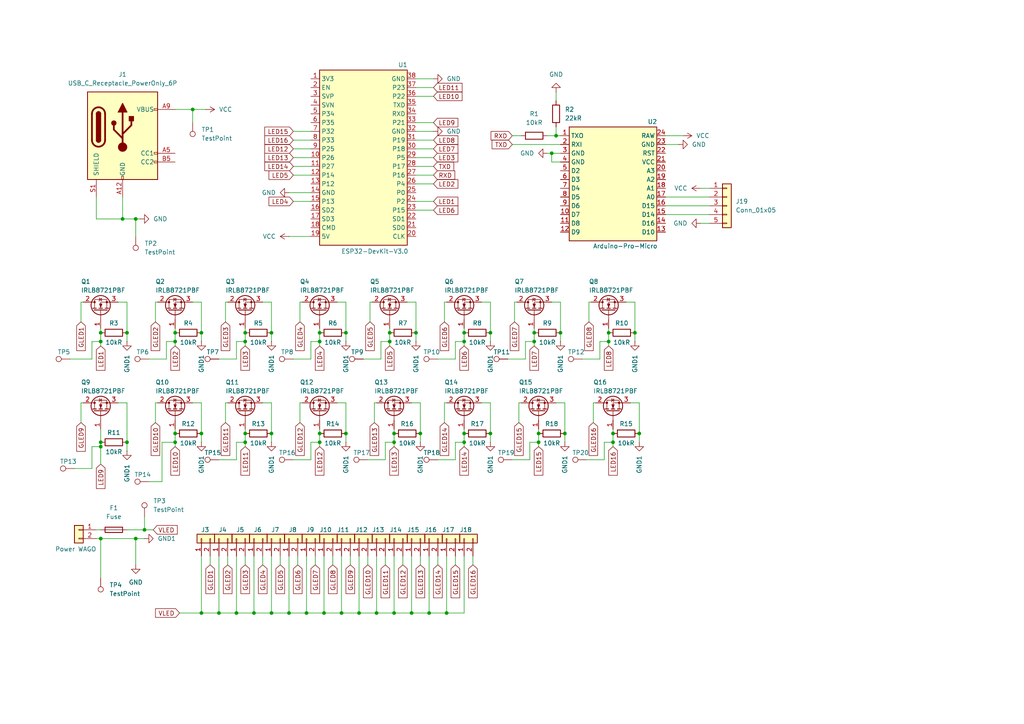
<source format=kicad_sch>
(kicad_sch (version 20250114) (generator "eeschema") (generator_version "9.0")
  (paper "A4")
  (junction (at 184.15 96.52))
  (junction (at 177.8 128.27))
  (junction (at 58.42 96.52))
  (junction (at 71.12 125.73))
  (junction (at 92.71 125.73))
  (junction (at 39.37 63.5))
  (junction (at 36.83 96.52))
  (junction (at 160.02 44.45))
  (junction (at 100.33 125.73))
  (junction (at 114.3 125.73))
  (junction (at 113.03 99.06))
  (junction (at 154.94 96.52))
  (junction (at 104.14 177.8))
  (junction (at 93.98 177.8))
  (junction (at 134.62 128.27))
  (junction (at 58.42 125.73))
  (junction (at 177.8 125.73))
  (junction (at 114.3 128.27))
  (junction (at 92.71 128.27))
  (junction (at 68.58 177.8))
  (junction (at 129.54 177.8))
  (junction (at 35.56 63.5))
  (junction (at 83.82 177.8))
  (junction (at 71.12 128.27))
  (junction (at 156.21 128.27))
  (junction (at 55.88 31.75))
  (junction (at 71.12 99.06))
  (junction (at 78.74 125.73))
  (junction (at 29.21 156.21))
  (junction (at 114.3 177.8))
  (junction (at 176.53 96.52))
  (junction (at 71.12 96.52))
  (junction (at 142.24 125.73))
  (junction (at 92.71 99.06))
  (junction (at 39.37 156.21))
  (junction (at 134.62 96.52))
  (junction (at 154.94 99.06))
  (junction (at 78.74 177.8))
  (junction (at 50.8 99.06))
  (junction (at 119.38 177.8))
  (junction (at 185.42 125.73))
  (junction (at 100.33 96.52))
  (junction (at 29.21 129.54))
  (junction (at 134.62 99.06))
  (junction (at 29.21 99.06))
  (junction (at 161.29 39.37))
  (junction (at 50.8 125.73))
  (junction (at 73.66 177.8))
  (junction (at 134.62 125.73))
  (junction (at 109.22 177.8))
  (junction (at 124.46 177.8))
  (junction (at 29.21 128.27))
  (junction (at 50.8 96.52))
  (junction (at 29.21 96.52))
  (junction (at 162.56 96.52))
  (junction (at 88.9 177.8))
  (junction (at 36.83 128.27))
  (junction (at 121.92 125.73))
  (junction (at 176.53 99.06))
  (junction (at 142.24 96.52))
  (junction (at 78.74 96.52))
  (junction (at 58.42 177.8))
  (junction (at 120.65 96.52))
  (junction (at 63.5 177.8))
  (junction (at 113.03 96.52))
  (junction (at 41.91 153.67))
  (junction (at 156.21 125.73))
  (junction (at 163.83 125.73))
  (junction (at 99.06 177.8))
  (junction (at 50.8 128.27))
  (junction (at 92.71 96.52))
  (wire (pts (xy 134.62 125.73) (xy 134.62 124.46)))
  (wire (pts (xy 170.815 93.345) (xy 170.815 87.63)))
  (wire (pts (xy 148.59 133.35) (xy 153.67 133.35)))
  (wire (pts (xy 148.59 39.37) (xy 151.13 39.37)))
  (wire (pts (xy 66.04 161.29) (xy 66.04 163.83)))
  (wire (pts (xy 27.94 63.5) (xy 35.56 63.5)))
  (wire (pts (xy 21.59 135.89) (xy 26.67 135.89)))
  (wire (pts (xy 120.65 96.52) (xy 120.65 87.63)))
  (wire (pts (xy 78.74 128.27) (xy 78.74 125.73)))
  (wire (pts (xy 88.9 177.8) (xy 93.98 177.8)))
  (wire (pts (xy 109.22 177.8) (xy 114.3 177.8)))
  (wire (pts (xy 86.36 161.29) (xy 86.36 163.83)))
  (wire (pts (xy 85.09 50.8) (xy 90.17 50.8)))
  (wire (pts (xy 52.07 177.8) (xy 58.42 177.8)))
  (wire (pts (xy 120.65 87.63) (xy 118.11 87.63)))
  (wire (pts (xy 92.71 128.27) (xy 92.71 125.73)))
  (wire (pts (xy 172.085 122.555) (xy 172.085 116.84)))
  (wire (pts (xy 68.58 177.8) (xy 73.66 177.8)))
  (wire (pts (xy 71.12 128.27) (xy 71.12 125.73)))
  (wire (pts (xy 85.09 58.42) (xy 90.17 58.42)))
  (wire (pts (xy 127 104.14) (xy 132.08 104.14)))
  (wire (pts (xy 91.44 161.29) (xy 91.44 163.83)))
  (wire (pts (xy 128.905 116.84) (xy 129.54 116.84)))
  (wire (pts (xy 120.65 60.96) (xy 125.73 60.96)))
  (wire (pts (xy 90.17 99.06) (xy 92.71 99.06)))
  (wire (pts (xy 106.68 161.29) (xy 106.68 163.83)))
  (wire (pts (xy 142.24 128.27) (xy 142.24 125.73)))
  (wire (pts (xy 20.32 104.14) (xy 26.67 104.14)))
  (wire (pts (xy 170.815 87.63) (xy 171.45 87.63)))
  (wire (pts (xy 36.83 96.52) (xy 36.83 87.63)))
  (wire (pts (xy 90.17 128.27) (xy 92.71 128.27)))
  (wire (pts (xy 124.46 161.29) (xy 124.46 177.8)))
  (wire (pts (xy 63.5 133.35) (xy 68.58 133.35)))
  (wire (pts (xy 185.42 116.84) (xy 182.88 116.84)))
  (wire (pts (xy 111.76 128.27) (xy 114.3 128.27)))
  (wire (pts (xy 134.62 99.06) (xy 134.62 96.52)))
  (wire (pts (xy 39.37 156.21) (xy 39.37 163.83)))
  (wire (pts (xy 50.8 99.06) (xy 50.8 96.52)))
  (wire (pts (xy 27.94 57.15) (xy 27.94 63.5)))
  (wire (pts (xy 150.495 116.84) (xy 151.13 116.84)))
  (wire (pts (xy 107.315 93.345) (xy 107.315 87.63)))
  (wire (pts (xy 152.4 99.06) (xy 154.94 99.06)))
  (wire (pts (xy 50.8 129.54) (xy 50.8 128.27)))
  (wire (pts (xy 111.76 161.29) (xy 111.76 163.83)))
  (wire (pts (xy 39.37 156.21) (xy 41.91 156.21)))
  (wire (pts (xy 158.75 39.37) (xy 161.29 39.37)))
  (wire (pts (xy 121.92 125.73) (xy 121.92 116.84)))
  (wire (pts (xy 88.9 161.29) (xy 88.9 177.8)))
  (wire (pts (xy 100.33 125.73) (xy 100.33 116.84)))
  (wire (pts (xy 39.37 63.5) (xy 40.64 63.5)))
  (wire (pts (xy 147.32 104.14) (xy 152.4 104.14)))
  (wire (pts (xy 43.18 104.14) (xy 48.26 104.14)))
  (wire (pts (xy 129.54 177.8) (xy 134.62 177.8)))
  (wire (pts (xy 176.53 100.33) (xy 176.53 99.06)))
  (wire (pts (xy 142.24 116.84) (xy 139.7 116.84)))
  (wire (pts (xy 65.405 93.345) (xy 65.405 87.63)))
  (wire (pts (xy 36.83 116.84) (xy 36.83 128.27)))
  (wire (pts (xy 162.56 46.99) (xy 160.02 46.99)))
  (wire (pts (xy 65.405 116.84) (xy 66.04 116.84)))
  (wire (pts (xy 23.495 122.555) (xy 23.495 116.84)))
  (wire (pts (xy 100.33 96.52) (xy 100.33 87.63)))
  (wire (pts (xy 85.09 43.18) (xy 90.17 43.18)))
  (wire (pts (xy 119.38 161.29) (xy 119.38 177.8)))
  (wire (pts (xy 29.21 100.33) (xy 29.21 99.06)))
  (wire (pts (xy 50.8 96.52) (xy 50.8 95.25)))
  (wire (pts (xy 175.26 128.27) (xy 177.8 128.27)))
  (wire (pts (xy 108.585 116.84) (xy 109.22 116.84)))
  (wire (pts (xy 110.49 104.14) (xy 110.49 99.06)))
  (wire (pts (xy 29.21 156.21) (xy 29.21 167.64)))
  (wire (pts (xy 198.12 39.37) (xy 193.04 39.37)))
  (wire (pts (xy 45.085 87.63) (xy 45.72 87.63)))
  (wire (pts (xy 36.83 99.06) (xy 36.83 96.52)))
  (wire (pts (xy 85.09 104.14) (xy 90.17 104.14)))
  (wire (pts (xy 120.65 58.42) (xy 125.73 58.42)))
  (wire (pts (xy 100.33 87.63) (xy 97.79 87.63)))
  (wire (pts (xy 46.99 128.27) (xy 50.8 128.27)))
  (wire (pts (xy 83.82 55.88) (xy 90.17 55.88)))
  (wire (pts (xy 83.82 177.8) (xy 88.9 177.8)))
  (wire (pts (xy 120.65 43.18) (xy 125.73 43.18)))
  (wire (pts (xy 23.495 87.63) (xy 24.13 87.63)))
  (wire (pts (xy 121.92 128.27) (xy 121.92 125.73)))
  (wire (pts (xy 149.225 93.345) (xy 149.225 87.63)))
  (wire (pts (xy 86.995 122.555) (xy 86.995 116.84)))
  (wire (pts (xy 29.21 129.54) (xy 29.21 134.62)))
  (wire (pts (xy 26.67 99.06) (xy 29.21 99.06)))
  (wire (pts (xy 65.405 122.555) (xy 65.405 116.84)))
  (wire (pts (xy 71.12 96.52) (xy 71.12 95.25)))
  (wire (pts (xy 120.65 40.64) (xy 125.73 40.64)))
  (wire (pts (xy 173.99 99.06) (xy 176.53 99.06)))
  (wire (pts (xy 134.62 161.29) (xy 134.62 177.8)))
  (wire (pts (xy 203.2 64.77) (xy 205.74 64.77)))
  (wire (pts (xy 100.33 99.06) (xy 100.33 96.52)))
  (wire (pts (xy 26.67 129.54) (xy 29.21 129.54)))
  (wire (pts (xy 176.53 96.52) (xy 176.53 95.25)))
  (wire (pts (xy 120.65 27.94) (xy 125.73 27.94)))
  (wire (pts (xy 81.28 161.29) (xy 81.28 163.83)))
  (wire (pts (xy 50.8 128.27) (xy 50.8 125.73)))
  (wire (pts (xy 29.21 128.27) (xy 29.21 129.54)))
  (wire (pts (xy 86.995 116.84) (xy 87.63 116.84)))
  (wire (pts (xy 36.83 87.63) (xy 34.29 87.63)))
  (wire (pts (xy 124.46 177.8) (xy 129.54 177.8)))
  (wire (pts (xy 107.315 87.63) (xy 107.95 87.63)))
  (wire (pts (xy 41.91 153.67) (xy 44.45 153.67)))
  (wire (pts (xy 71.12 100.33) (xy 71.12 99.06)))
  (wire (pts (xy 78.74 87.63) (xy 76.2 87.63)))
  (wire (pts (xy 113.03 96.52) (xy 113.03 95.25)))
  (wire (pts (xy 26.67 135.89) (xy 26.67 129.54)))
  (wire (pts (xy 176.53 99.06) (xy 176.53 96.52)))
  (wire (pts (xy 152.4 104.14) (xy 152.4 99.06)))
  (wire (pts (xy 129.54 161.29) (xy 129.54 177.8)))
  (wire (pts (xy 114.3 161.29) (xy 114.3 177.8)))
  (wire (pts (xy 127 133.35) (xy 132.08 133.35)))
  (wire (pts (xy 85.09 40.64) (xy 90.17 40.64)))
  (wire (pts (xy 45.085 93.345) (xy 45.085 87.63)))
  (wire (pts (xy 154.94 96.52) (xy 154.94 95.25)))
  (wire (pts (xy 120.65 45.72) (xy 125.73 45.72)))
  (wire (pts (xy 149.225 87.63) (xy 149.86 87.63)))
  (wire (pts (xy 116.84 161.29) (xy 116.84 163.83)))
  (wire (pts (xy 120.65 22.86) (xy 125.73 22.86)))
  (wire (pts (xy 161.29 26.67) (xy 161.29 29.21)))
  (wire (pts (xy 99.06 177.8) (xy 104.14 177.8)))
  (wire (pts (xy 58.42 128.27) (xy 58.42 125.73)))
  (wire (pts (xy 153.67 133.35) (xy 153.67 128.27)))
  (wire (pts (xy 142.24 99.06) (xy 142.24 96.52)))
  (wire (pts (xy 153.67 128.27) (xy 156.21 128.27)))
  (wire (pts (xy 158.75 44.45) (xy 160.02 44.45)))
  (wire (pts (xy 36.83 128.27) (xy 36.83 130.81)))
  (wire (pts (xy 83.82 161.29) (xy 83.82 177.8)))
  (wire (pts (xy 83.82 68.58) (xy 90.17 68.58)))
  (wire (pts (xy 154.94 100.33) (xy 154.94 99.06)))
  (wire (pts (xy 193.04 59.69) (xy 205.74 59.69)))
  (wire (pts (xy 185.42 125.73) (xy 185.42 116.84)))
  (wire (pts (xy 137.16 161.29) (xy 137.16 163.83)))
  (wire (pts (xy 58.42 125.73) (xy 58.42 116.84)))
  (wire (pts (xy 58.42 116.84) (xy 55.88 116.84)))
  (wire (pts (xy 196.85 41.91) (xy 193.04 41.91)))
  (wire (pts (xy 73.66 161.29) (xy 73.66 177.8)))
  (wire (pts (xy 85.09 45.72) (xy 90.17 45.72)))
  (wire (pts (xy 134.62 129.54) (xy 134.62 128.27)))
  (wire (pts (xy 35.56 63.5) (xy 39.37 63.5)))
  (wire (pts (xy 92.71 125.73) (xy 92.71 124.46)))
  (wire (pts (xy 177.8 129.54) (xy 177.8 128.27)))
  (wire (pts (xy 134.62 128.27) (xy 134.62 125.73)))
  (wire (pts (xy 121.92 161.29) (xy 121.92 163.83)))
  (wire (pts (xy 85.09 38.1) (xy 90.17 38.1)))
  (wire (pts (xy 104.14 161.29) (xy 104.14 177.8)))
  (wire (pts (xy 73.66 177.8) (xy 78.74 177.8)))
  (wire (pts (xy 121.92 116.84) (xy 119.38 116.84)))
  (wire (pts (xy 50.8 100.33) (xy 50.8 99.06)))
  (wire (pts (xy 29.21 99.06) (xy 29.21 96.52)))
  (wire (pts (xy 99.06 161.29) (xy 99.06 177.8)))
  (wire (pts (xy 46.99 139.7) (xy 46.99 128.27)))
  (wire (pts (xy 185.42 128.27) (xy 185.42 125.73)))
  (wire (pts (xy 203.2 54.61) (xy 205.74 54.61)))
  (wire (pts (xy 120.65 35.56) (xy 125.73 35.56)))
  (wire (pts (xy 63.5 104.14) (xy 68.58 104.14)))
  (wire (pts (xy 58.42 99.06) (xy 58.42 96.52)))
  (wire (pts (xy 142.24 96.52) (xy 142.24 87.63)))
  (wire (pts (xy 35.56 57.15) (xy 35.56 63.5)))
  (wire (pts (xy 48.26 104.14) (xy 48.26 99.06)))
  (wire (pts (xy 172.085 116.84) (xy 172.72 116.84)))
  (wire (pts (xy 100.33 116.84) (xy 97.79 116.84)))
  (wire (pts (xy 175.26 133.35) (xy 175.26 128.27)))
  (wire (pts (xy 110.49 99.06) (xy 113.03 99.06)))
  (wire (pts (xy 163.83 116.84) (xy 161.29 116.84)))
  (wire (pts (xy 85.09 133.35) (xy 90.17 133.35)))
  (wire (pts (xy 29.21 124.46) (xy 29.21 128.27)))
  (wire (pts (xy 34.29 116.84) (xy 36.83 116.84)))
  (wire (pts (xy 120.65 25.4) (xy 125.73 25.4)))
  (wire (pts (xy 60.96 161.29) (xy 60.96 163.83)))
  (wire (pts (xy 27.94 156.21) (xy 29.21 156.21)))
  (wire (pts (xy 78.74 125.73) (xy 78.74 116.84)))
  (wire (pts (xy 48.26 99.06) (xy 50.8 99.06)))
  (wire (pts (xy 71.12 161.29) (xy 71.12 163.83)))
  (wire (pts (xy 71.12 129.54) (xy 71.12 128.27)))
  (wire (pts (xy 55.88 35.56) (xy 55.88 31.75)))
  (wire (pts (xy 132.08 133.35) (xy 132.08 128.27)))
  (wire (pts (xy 173.99 104.14) (xy 173.99 99.06)))
  (wire (pts (xy 114.3 125.73) (xy 114.3 124.46)))
  (wire (pts (xy 120.65 50.8) (xy 125.73 50.8)))
  (wire (pts (xy 106.68 133.35) (xy 111.76 133.35)))
  (wire (pts (xy 193.04 57.15) (xy 205.74 57.15)))
  (wire (pts (xy 68.58 128.27) (xy 71.12 128.27)))
  (wire (pts (xy 86.995 93.345) (xy 86.995 87.63)))
  (wire (pts (xy 127 161.29) (xy 127 163.83)))
  (wire (pts (xy 78.74 96.52) (xy 78.74 87.63)))
  (wire (pts (xy 113.03 100.33) (xy 113.03 99.06)))
  (wire (pts (xy 184.15 99.06) (xy 184.15 96.52)))
  (wire (pts (xy 92.71 99.06) (xy 92.71 96.52)))
  (wire (pts (xy 132.08 99.06) (xy 134.62 99.06)))
  (wire (pts (xy 162.56 96.52) (xy 162.56 87.63)))
  (wire (pts (xy 58.42 96.52) (xy 58.42 87.63)))
  (wire (pts (xy 23.495 93.345) (xy 23.495 87.63)))
  (wire (pts (xy 85.09 48.26) (xy 90.17 48.26)))
  (wire (pts (xy 45.085 122.555) (xy 45.085 116.84)))
  (wire (pts (xy 108.585 122.555) (xy 108.585 116.84)))
  (wire (pts (xy 119.38 177.8) (xy 124.46 177.8)))
  (wire (pts (xy 142.24 87.63) (xy 139.7 87.63)))
  (wire (pts (xy 86.995 87.63) (xy 87.63 87.63)))
  (wire (pts (xy 113.03 99.06) (xy 113.03 96.52)))
  (wire (pts (xy 160.02 44.45) (xy 162.56 44.45)))
  (wire (pts (xy 120.65 38.1) (xy 125.73 38.1)))
  (wire (pts (xy 105.41 104.14) (xy 110.49 104.14)))
  (wire (pts (xy 111.76 133.35) (xy 111.76 128.27)))
  (wire (pts (xy 76.2 161.29) (xy 76.2 163.83)))
  (wire (pts (xy 50.8 31.75) (xy 55.88 31.75)))
  (wire (pts (xy 50.8 125.73) (xy 50.8 124.46)))
  (wire (pts (xy 163.83 128.27) (xy 163.83 125.73)))
  (wire (pts (xy 71.12 99.06) (xy 71.12 96.52)))
  (wire (pts (xy 156.21 128.27) (xy 156.21 125.73)))
  (wire (pts (xy 68.58 133.35) (xy 68.58 128.27)))
  (wire (pts (xy 96.52 161.29) (xy 96.52 163.83)))
  (wire (pts (xy 101.6 161.29) (xy 101.6 163.83)))
  (wire (pts (xy 65.405 87.63) (xy 66.04 87.63)))
  (wire (pts (xy 45.085 116.84) (xy 45.72 116.84)))
  (wire (pts (xy 114.3 129.54) (xy 114.3 128.27)))
  (wire (pts (xy 162.56 99.06) (xy 162.56 96.52)))
  (wire (pts (xy 93.98 161.29) (xy 93.98 177.8)))
  (wire (pts (xy 71.12 125.73) (xy 71.12 124.46)))
  (wire (pts (xy 63.5 161.29) (xy 63.5 177.8)))
  (wire (pts (xy 177.8 128.27) (xy 177.8 125.73)))
  (wire (pts (xy 128.905 122.555) (xy 128.905 116.84)))
  (wire (pts (xy 184.15 96.52) (xy 184.15 87.63)))
  (wire (pts (xy 63.5 177.8) (xy 68.58 177.8)))
  (wire (pts (xy 36.83 153.67) (xy 41.91 153.67)))
  (wire (pts (xy 160.02 46.99) (xy 160.02 44.45)))
  (wire (pts (xy 43.18 139.7) (xy 46.99 139.7)))
  (wire (pts (xy 68.58 161.29) (xy 68.58 177.8)))
  (wire (pts (xy 92.71 96.52) (xy 92.71 95.25)))
  (wire (pts (xy 128.905 87.63) (xy 129.54 87.63)))
  (wire (pts (xy 120.65 48.26) (xy 125.73 48.26)))
  (wire (pts (xy 120.65 99.06) (xy 120.65 96.52)))
  (wire (pts (xy 161.29 39.37) (xy 162.56 39.37)))
  (wire (pts (xy 92.71 100.33) (xy 92.71 99.06)))
  (wire (pts (xy 184.15 87.63) (xy 181.61 87.63)))
  (wire (pts (xy 109.22 161.29) (xy 109.22 177.8)))
  (wire (pts (xy 27.94 153.67) (xy 29.21 153.67)))
  (wire (pts (xy 177.8 125.73) (xy 177.8 124.46)))
  (wire (pts (xy 132.08 161.29) (xy 132.08 163.83)))
  (wire (pts (xy 78.74 177.8) (xy 83.82 177.8)))
  (wire (pts (xy 93.98 177.8) (xy 99.06 177.8)))
  (wire (pts (xy 128.905 93.345) (xy 128.905 87.63)))
  (wire (pts (xy 162.56 87.63) (xy 160.02 87.63)))
  (wire (pts (xy 150.495 122.555) (xy 150.495 116.84)))
  (wire (pts (xy 168.91 104.14) (xy 173.99 104.14)))
  (wire (pts (xy 193.04 62.23) (xy 205.74 62.23)))
  (wire (pts (xy 142.24 125.73) (xy 142.24 116.84)))
  (wire (pts (xy 156.21 125.73) (xy 156.21 124.46)))
  (wire (pts (xy 68.58 104.14) (xy 68.58 99.06)))
  (wire (pts (xy 90.17 133.35) (xy 90.17 128.27)))
  (wire (pts (xy 41.91 149.86) (xy 41.91 153.67)))
  (wire (pts (xy 58.42 177.8) (xy 63.5 177.8)))
  (wire (pts (xy 26.67 104.14) (xy 26.67 99.06)))
  (wire (pts (xy 161.29 36.83) (xy 161.29 39.37)))
  (wire (pts (xy 92.71 129.54) (xy 92.71 128.27)))
  (wire (pts (xy 55.88 31.75) (xy 59.69 31.75)))
  (wire (pts (xy 120.65 53.34) (xy 125.73 53.34)))
  (wire (pts (xy 29.21 96.52) (xy 29.21 95.25)))
  (wire (pts (xy 90.17 104.14) (xy 90.17 99.06)))
  (wire (pts (xy 134.62 96.52) (xy 134.62 95.25)))
  (wire (pts (xy 23.495 116.84) (xy 24.13 116.84)))
  (wire (pts (xy 58.42 87.63) (xy 55.88 87.63)))
  (wire (pts (xy 29.21 156.21) (xy 39.37 156.21)))
  (wire (pts (xy 154.94 99.06) (xy 154.94 96.52)))
  (wire (pts (xy 134.62 100.33) (xy 134.62 99.06)))
  (wire (pts (xy 114.3 128.27) (xy 114.3 125.73)))
  (wire (pts (xy 104.14 177.8) (xy 109.22 177.8)))
  (wire (pts (xy 78.74 99.06) (xy 78.74 96.52)))
  (wire (pts (xy 170.18 133.35) (xy 175.26 133.35)))
  (wire (pts (xy 114.3 177.8) (xy 119.38 177.8)))
  (wire (pts (xy 156.21 129.54) (xy 156.21 128.27)))
  (wire (pts (xy 78.74 161.29) (xy 78.74 177.8)))
  (wire (pts (xy 132.08 128.27) (xy 134.62 128.27)))
  (wire (pts (xy 58.42 177.8) (xy 58.42 161.29)))
  (wire (pts (xy 39.37 68.58) (xy 39.37 63.5)))
  (wire (pts (xy 148.59 41.91) (xy 162.56 41.91)))
  (wire (pts (xy 163.83 125.73) (xy 163.83 116.84)))
  (wire (pts (xy 68.58 99.06) (xy 71.12 99.06)))
  (wire (pts (xy 78.74 116.84) (xy 76.2 116.84)))
  (wire (pts (xy 100.33 128.27) (xy 100.33 125.73)))
  (wire (pts (xy 132.08 104.14) (xy 132.08 99.06)))
  (global_label "GLED9" (shape input) (at 23.495 122.555 270) (property "Intersheetrefs" "${INTERSHEET_REFS}" (effects (hide yes))))
  (global_label "LED3" (shape input) (at 125.73 45.72 0) (property "Intersheetrefs" "${INTERSHEET_REFS}" (effects (hide yes))))
  (global_label "GLED6" (shape input) (at 86.36 163.83 270) (property "Intersheetrefs" "${INTERSHEET_REFS}" (effects (hide yes))))
  (global_label "TXD" (shape input) (at 148.59 41.91 180) (property "Intersheetrefs" "${INTERSHEET_REFS}" (effects (hide yes))))
  (global_label "LED16" (shape input) (at 85.09 40.64 180) (property "Intersheetrefs" "${INTERSHEET_REFS}" (effects (hide yes))))
  (global_label "GLED1" (shape input) (at 60.96 163.83 270) (property "Intersheetrefs" "${INTERSHEET_REFS}" (effects (hide yes))))
  (global_label "LED9" (shape input) (at 125.73 35.56 0) (property "Intersheetrefs" "${INTERSHEET_REFS}" (effects (hide yes))))
  (global_label "GLED1" (shape input) (at 23.495 93.345 270) (property "Intersheetrefs" "${INTERSHEET_REFS}" (effects (hide yes))))
  (global_label "GLED15" (shape input) (at 150.495 122.555 270) (property "Intersheetrefs" "${INTERSHEET_REFS}" (effects (hide yes))))
  (global_label "LED7" (shape input) (at 154.94 100.33 270) (property "Intersheetrefs" "${INTERSHEET_REFS}" (effects (hide yes))))
  (global_label "LED14" (shape input) (at 134.62 129.54 270) (property "Intersheetrefs" "${INTERSHEET_REFS}" (effects (hide yes))))
  (global_label "GLED2" (shape input) (at 66.04 163.83 270) (property "Intersheetrefs" "${INTERSHEET_REFS}" (effects (hide yes))))
  (global_label "GLED5" (shape input) (at 81.28 163.83 270) (property "Intersheetrefs" "${INTERSHEET_REFS}" (effects (hide yes))))
  (global_label "LED15" (shape input) (at 85.09 38.1 180) (property "Intersheetrefs" "${INTERSHEET_REFS}" (effects (hide yes))))
  (global_label "GLED14" (shape input) (at 128.905 122.555 270) (property "Intersheetrefs" "${INTERSHEET_REFS}" (effects (hide yes))))
  (global_label "GLED4" (shape input) (at 86.995 93.345 270) (property "Intersheetrefs" "${INTERSHEET_REFS}" (effects (hide yes))))
  (global_label "VLED" (shape input) (at 44.45 153.67 0) (property "Intersheetrefs" "${INTERSHEET_REFS}" (effects (hide yes))))
  (global_label "GLED14" (shape input) (at 127 163.83 270) (property "Intersheetrefs" "${INTERSHEET_REFS}" (effects (hide yes))))
  (global_label "LED12" (shape input) (at 85.09 43.18 180) (property "Intersheetrefs" "${INTERSHEET_REFS}" (effects (hide yes))))
  (global_label "GLED16" (shape input) (at 137.16 163.83 270) (property "Intersheetrefs" "${INTERSHEET_REFS}" (effects (hide yes))))
  (global_label "LED7" (shape input) (at 125.73 43.18 0) (property "Intersheetrefs" "${INTERSHEET_REFS}" (effects (hide yes))))
  (global_label "LED11" (shape input) (at 71.12 129.54 270) (property "Intersheetrefs" "${INTERSHEET_REFS}" (effects (hide yes))))
  (global_label "GLED15" (shape input) (at 132.08 163.83 270) (property "Intersheetrefs" "${INTERSHEET_REFS}" (effects (hide yes))))
  (global_label "GLED9" (shape input) (at 101.6 163.83 270) (property "Intersheetrefs" "${INTERSHEET_REFS}" (effects (hide yes))))
  (global_label "LED9" (shape input) (at 29.21 134.62 270) (property "Intersheetrefs" "${INTERSHEET_REFS}" (effects (hide yes))))
  (global_label "LED4" (shape input) (at 85.09 58.42 180) (property "Intersheetrefs" "${INTERSHEET_REFS}" (effects (hide yes))))
  (global_label "GLED10" (shape input) (at 106.68 163.83 270) (property "Intersheetrefs" "${INTERSHEET_REFS}" (effects (hide yes))))
  (global_label "LED11" (shape input) (at 125.73 25.4 0) (property "Intersheetrefs" "${INTERSHEET_REFS}" (effects (hide yes))))
  (global_label "GLED7" (shape input) (at 149.225 93.345 270) (property "Intersheetrefs" "${INTERSHEET_REFS}" (effects (hide yes))))
  (global_label "GLED3" (shape input) (at 65.405 93.345 270) (property "Intersheetrefs" "${INTERSHEET_REFS}" (effects (hide yes))))
  (global_label "LED13" (shape input) (at 114.3 129.54 270) (property "Intersheetrefs" "${INTERSHEET_REFS}" (effects (hide yes))))
  (global_label "GLED3" (shape input) (at 71.12 163.83 270) (property "Intersheetrefs" "${INTERSHEET_REFS}" (effects (hide yes))))
  (global_label "LED4" (shape input) (at 92.71 100.33 270) (property "Intersheetrefs" "${INTERSHEET_REFS}" (effects (hide yes))))
  (global_label "GLED11" (shape input) (at 65.405 122.555 270) (property "Intersheetrefs" "${INTERSHEET_REFS}" (effects (hide yes))))
  (global_label "LED8" (shape input) (at 176.53 100.33 270) (property "Intersheetrefs" "${INTERSHEET_REFS}" (effects (hide yes))))
  (global_label "GLED11" (shape input) (at 111.76 163.83 270) (property "Intersheetrefs" "${INTERSHEET_REFS}" (effects (hide yes))))
  (global_label "GLED13" (shape input) (at 108.585 122.555 270) (property "Intersheetrefs" "${INTERSHEET_REFS}" (effects (hide yes))))
  (global_label "RXD" (shape input) (at 125.73 50.8 0) (property "Intersheetrefs" "${INTERSHEET_REFS}" (effects (hide yes))))
  (global_label "GLED12" (shape input) (at 86.995 122.555 270) (property "Intersheetrefs" "${INTERSHEET_REFS}" (effects (hide yes))))
  (global_label "LED6" (shape input) (at 134.62 100.33 270) (property "Intersheetrefs" "${INTERSHEET_REFS}" (effects (hide yes))))
  (global_label "GLED16" (shape input) (at 172.085 122.555 270) (property "Intersheetrefs" "${INTERSHEET_REFS}" (effects (hide yes))))
  (global_label "GLED10" (shape input) (at 45.085 122.555 270) (property "Intersheetrefs" "${INTERSHEET_REFS}" (effects (hide yes))))
  (global_label "LED1" (shape input) (at 125.73 58.42 0) (property "Intersheetrefs" "${INTERSHEET_REFS}" (effects (hide yes))))
  (global_label "LED3" (shape input) (at 71.12 100.33 270) (property "Intersheetrefs" "${INTERSHEET_REFS}" (effects (hide yes))))
  (global_label "GLED4" (shape input) (at 76.2 163.83 270) (property "Intersheetrefs" "${INTERSHEET_REFS}" (effects (hide yes))))
  (global_label "VLED" (shape input) (at 52.07 177.8 180) (property "Intersheetrefs" "${INTERSHEET_REFS}" (effects (hide yes))))
  (global_label "LED15" (shape input) (at 156.21 129.54 270) (property "Intersheetrefs" "${INTERSHEET_REFS}" (effects (hide yes))))
  (global_label "LED14" (shape input) (at 85.09 48.26 180) (property "Intersheetrefs" "${INTERSHEET_REFS}" (effects (hide yes))))
  (global_label "GLED6" (shape input) (at 128.905 93.345 270) (property "Intersheetrefs" "${INTERSHEET_REFS}" (effects (hide yes))))
  (global_label "LED13" (shape input) (at 85.09 45.72 180) (property "Intersheetrefs" "${INTERSHEET_REFS}" (effects (hide yes))))
  (global_label "GLED7" (shape input) (at 91.44 163.83 270) (property "Intersheetrefs" "${INTERSHEET_REFS}" (effects (hide yes))))
  (global_label "GLED12" (shape input) (at 116.84 163.83 270) (property "Intersheetrefs" "${INTERSHEET_REFS}" (effects (hide yes))))
  (global_label "LED5" (shape input) (at 113.03 100.33 270) (property "Intersheetrefs" "${INTERSHEET_REFS}" (effects (hide yes))))
  (global_label "LED6" (shape input) (at 125.73 60.96 0) (property "Intersheetrefs" "${INTERSHEET_REFS}" (effects (hide yes))))
  (global_label "LED2" (shape input) (at 125.73 53.34 0) (property "Intersheetrefs" "${INTERSHEET_REFS}" (effects (hide yes))))
  (global_label "LED1" (shape input) (at 29.21 100.33 270) (property "Intersheetrefs" "${INTERSHEET_REFS}" (effects (hide yes))))
  (global_label "LED8" (shape input) (at 125.73 40.64 0) (property "Intersheetrefs" "${INTERSHEET_REFS}" (effects (hide yes))))
  (global_label "LED16" (shape input) (at 177.8 129.54 270) (property "Intersheetrefs" "${INTERSHEET_REFS}" (effects (hide yes))))
  (global_label "GLED5" (shape input) (at 107.315 93.345 270) (property "Intersheetrefs" "${INTERSHEET_REFS}" (effects (hide yes))))
  (global_label "LED12" (shape input) (at 92.71 129.54 270) (property "Intersheetrefs" "${INTERSHEET_REFS}" (effects (hide yes))))
  (global_label "LED10" (shape input) (at 50.8 129.54 270) (property "Intersheetrefs" "${INTERSHEET_REFS}" (effects (hide yes))))
  (global_label "LED10" (shape input) (at 125.73 27.94 0) (property "Intersheetrefs" "${INTERSHEET_REFS}" (effects (hide yes))))
  (global_label "GLED8" (shape input) (at 96.52 163.83 270) (property "Intersheetrefs" "${INTERSHEET_REFS}" (effects (hide yes))))
  (global_label "LED2" (shape input) (at 50.8 100.33 270) (property "Intersheetrefs" "${INTERSHEET_REFS}" (effects (hide yes))))
  (global_label "RXD" (shape input) (at 148.59 39.37 180) (property "Intersheetrefs" "${INTERSHEET_REFS}" (effects (hide yes))))
  (global_label "TXD" (shape input) (at 125.73 48.26 0) (property "Intersheetrefs" "${INTERSHEET_REFS}" (effects (hide yes))))
  (global_label "GLED13" (shape input) (at 121.92 163.83 270) (property "Intersheetrefs" "${INTERSHEET_REFS}" (effects (hide yes))))
  (global_label "GLED8" (shape input) (at 170.815 93.345 270) (property "Intersheetrefs" "${INTERSHEET_REFS}" (effects (hide yes))))
  (global_label "GLED2" (shape input) (at 45.085 93.345 270) (property "Intersheetrefs" "${INTERSHEET_REFS}" (effects (hide yes))))
  (global_label "LED5" (shape input) (at 85.09 50.8 180) (property "Intersheetrefs" "${INTERSHEET_REFS}" (effects (hide yes))))
  (symbol (lib_id "power:GND") (at 39.37 163.83 0) (unit 1)
    (property "Reference" "#PWR027" (effects (hide yes)))
    (property "Value" "GND" (at 39.37 168.91 0))
    (property "Description" "Power symbol creates a global label with name \"GND\" , ground" (effects (hide yes)))
  )
  (symbol (lib_id "Device:R") (at 96.52 96.52 90) (unit 1)
    (property "Reference" "R6" (at 96.52 93.726 90))
    (property "Value" "10kR" (at 96.52 99.314 90))
    (property "Footprint" "Resistor_THT:R_Axial_DIN0309_L9.0mm_D3.2mm_P12.70mm_Horizontal" (effects (hide yes)))
    (property "Description" "Resistor" (effects (hide yes)))
  )
  (symbol (lib_id "power:GND") (at 41.91 156.21 90) (unit 1)
    (property "Reference" "#PWR08" (effects (hide yes)))
    (property "Value" "GND1" (at 45.72 156.2099 90) (effects (justify right)))
    (property "Description" "Power symbol creates a global label with name \"GND\" , ground" (effects (hide yes)))
  )
  (symbol (lib_id "power:GND") (at 158.75 44.45 270) (unit 1)
    (property "Reference" "#PWR030" (effects (hide yes)))
    (property "Value" "GND" (at 154.94 44.4499 90) (effects (justify right)))
    (property "Description" "Power symbol creates a global label with name \"GND\" , ground" (effects (hide yes)))
  )
  (symbol (lib_id "power:GND") (at 142.24 128.27 0) (unit 1)
    (property "Reference" "#PWR023" (effects (hide yes)))
    (property "Value" "GND1" (at 142.2399 132.08 90) (effects (justify right)))
    (property "Description" "Power symbol creates a global label with name \"GND\" , ground" (effects (hide yes)))
  )
  (symbol (lib_id "power:GND") (at 78.74 99.06 0) (unit 1)
    (property "Reference" "#PWR011" (effects (hide yes)))
    (property "Value" "GND1" (at 78.7399 102.87 90) (effects (justify right)))
    (property "Description" "Power symbol creates a global label with name \"GND\" , ground" (effects (hide yes)))
  )
  (symbol (lib_id "Connector_Generic:Conn_01x02") (at 58.42 156.21 90) (unit 1)
    (property "Reference" "J3" (at 60.706 153.67 90) (effects (justify left)))
    (property "Value" "WAGO" (effects (hide yes)))
    (property "Footprint" "TerminalBlock_WAGO:TerminalBlock_WAGO_2601-1102_1x02_P3.50mm_Horizontal" (effects (hide yes)))
    (property "Description" "Generic connector, single row, 01x02, script generated (kicad-library-utils/schlib/autogen/connector/)" (effects (hide yes)))
  )
  (symbol (lib_id "Device:Fuse") (at 33.02 153.67 90) (unit 1)
    (property "Reference" "F1" (at 33.02 147.32 90))
    (property "Value" "Fuse" (at 33.02 149.86 90))
    (property "Footprint" "Fuse:Fuseholder_Blade_ATO_Littelfuse_Pudenz_2_Pin" (effects (hide yes)))
    (property "Description" "Fuse" (effects (hide yes)))
  )
  (symbol (lib_id "Connector_Generic:Conn_01x02") (at 22.86 153.67 0) (mirror y) (unit 1)
    (property "Reference" "J2" (effects (hide yes)))
    (property "Value" "Power WAGO" (at 27.94 159.258 0) (effects (justify left)))
    (property "Footprint" "footprints:WAGO_2606-1102" (effects (hide yes)))
    (property "Description" "Generic connector, single row, 01x02, script generated (kicad-library-utils/schlib/autogen/connector/)" (effects (hide yes)))
  )
  (symbol (lib_id "Transistor_FET:IRLB8721PBF") (at 114.3 119.38 90) (unit 1)
    (property "Reference" "Q13" (at 108.585 110.871 90) (effects (justify right)))
    (property "Value" "IRLB8721PBF" (at 108.585 113.411 90) (effects (justify right)))
    (property "Footprint" "Package_TO_SOT_THT:TO-220-3_Vertical" (effects (hide yes)))
    (property "Datasheet" "http://www.infineon.com/dgdl/irlb8721pbf.pdf?fileId=5546d462533600a40153566056732591" (effects (hide yes)))
    (property "Description" "62A Id, 30V Vds, 8.7 mOhm Rds, N-Channel HEXFET Power MOSFET, TO-220" (effects (hide yes)))
  )
  (symbol (lib_id "Connector:USB_C_Receptacle_PowerOnly_6P") (at 35.56 39.37 0) (unit 1)
    (property "Reference" "J1" (at 35.56 21.59 0))
    (property "Value" "USB_C_Receptacle_PowerOnly_6P" (at 35.56 24.13 0))
    (property "Footprint" "Connector_USB:USB_C_Receptacle_GCT_USB4125-xx-x-0190_6P_TopMnt_Horizontal" (effects (hide yes)))
    (property "Datasheet" "https://www.usb.org/sites/default/files/documents/usb_type-c.zip" (effects (hide yes)))
    (property "Description" "USB Power-Only 6P Type-C Receptacle connector" (effects (hide yes)))
  )
  (symbol (lib_id "Transistor_FET:IRLB8721PBF") (at 92.71 90.17 90) (unit 1)
    (property "Reference" "Q4" (at 86.995 81.661 90) (effects (justify right)))
    (property "Value" "IRLB8721PBF" (at 86.995 84.201 90) (effects (justify right)))
    (property "Footprint" "Package_TO_SOT_THT:TO-220-3_Vertical" (effects (hide yes)))
    (property "Datasheet" "http://www.infineon.com/dgdl/irlb8721pbf.pdf?fileId=5546d462533600a40153566056732591" (effects (hide yes)))
    (property "Description" "62A Id, 30V Vds, 8.7 mOhm Rds, N-Channel HEXFET Power MOSFET, TO-220" (effects (hide yes)))
  )
  (symbol (lib_id "Connector:TestPoint") (at 39.37 68.58 180) (unit 1)
    (property "Reference" "TP2" (at 41.91 70.6119 0) (effects (justify right)))
    (property "Value" "TestPoint" (at 41.91 73.1519 0) (effects (justify right)))
    (property "Footprint" "TestPoint:TestPoint_Pad_1.5x1.5mm" (effects (hide yes)))
    (property "Description" "test point" (effects (hide yes)))
  )
  (symbol (lib_id "Connector:TestPoint") (at 20.32 104.14 90) (unit 1)
    (property "Reference" "TP5" (at 18.542 102.108 90))
    (property "Value" "TestPoint" (effects (hide yes)))
    (property "Footprint" "TestPoint:TestPoint_Pad_1.5x1.5mm" (effects (hide yes)))
    (property "Description" "test point" (effects (hide yes)))
  )
  (symbol (lib_id "Connector:TestPoint") (at 29.21 167.64 180) (unit 1)
    (property "Reference" "TP4" (at 31.75 169.6719 0) (effects (justify right)))
    (property "Value" "TestPoint" (at 31.75 172.2119 0) (effects (justify right)))
    (property "Footprint" "TestPoint:TestPoint_Pad_1.5x1.5mm" (effects (hide yes)))
    (property "Description" "test point" (effects (hide yes)))
  )
  (symbol (lib_id "power:GND") (at 125.73 38.1 90) (unit 1)
    (property "Reference" "#PWR028" (effects (hide yes)))
    (property "Value" "GND" (at 129.54 38.0999 90) (effects (justify right)))
    (property "Description" "Power symbol creates a global label with name \"GND\" , ground" (effects (hide yes)))
  )
  (symbol (lib_id "Connector:TestPoint") (at 105.41 104.14 90) (unit 1)
    (property "Reference" "TP9" (at 103.632 102.108 90))
    (property "Value" "TestPoint" (effects (hide yes)))
    (property "Footprint" "TestPoint:TestPoint_Pad_1.5x1.5mm" (effects (hide yes)))
    (property "Description" "test point" (effects (hide yes)))
  )
  (symbol (lib_id "Connector:TestPoint") (at 55.88 35.56 180) (unit 1)
    (property "Reference" "TP1" (at 58.42 37.5919 0) (effects (justify right)))
    (property "Value" "TestPoint" (at 58.42 40.1319 0) (effects (justify right)))
    (property "Footprint" "TestPoint:TestPoint_Pad_1.5x1.5mm" (effects (hide yes)))
    (property "Description" "test point" (effects (hide yes)))
  )
  (symbol (lib_id "Transistor_FET:IRLB8721PBF") (at 29.21 90.17 90) (unit 1)
    (property "Reference" "Q1" (at 23.495 81.661 90) (effects (justify right)))
    (property "Value" "IRLB8721PBF" (at 23.495 84.201 90) (effects (justify right)))
    (property "Footprint" "Package_TO_SOT_THT:TO-220-3_Vertical" (effects (hide yes)))
    (property "Datasheet" "http://www.infineon.com/dgdl/irlb8721pbf.pdf?fileId=5546d462533600a40153566056732591" (effects (hide yes)))
    (property "Description" "62A Id, 30V Vds, 8.7 mOhm Rds, N-Channel HEXFET Power MOSFET, TO-220" (effects (hide yes)))
  )
  (symbol (lib_id "power:GND") (at 142.24 99.06 0) (unit 1)
    (property "Reference" "#PWR014" (effects (hide yes)))
    (property "Value" "GND1" (at 142.2399 102.87 90) (effects (justify right)))
    (property "Description" "Power symbol creates a global label with name \"GND\" , ground" (effects (hide yes)))
  )
  (symbol (lib_id "Transistor_FET:IRLB8721PBF") (at 29.21 119.38 90) (unit 1)
    (property "Reference" "Q9" (at 23.495 110.871 90) (effects (justify right)))
    (property "Value" "IRLB8721PBF" (at 23.495 113.411 90) (effects (justify right)))
    (property "Footprint" "Package_TO_SOT_THT:TO-220-3_Vertical" (effects (hide yes)))
    (property "Datasheet" "http://www.infineon.com/dgdl/irlb8721pbf.pdf?fileId=5546d462533600a40153566056732591" (effects (hide yes)))
    (property "Description" "62A Id, 30V Vds, 8.7 mOhm Rds, N-Channel HEXFET Power MOSFET, TO-220" (effects (hide yes)))
  )
  (symbol (lib_id "Device:R") (at 116.84 96.52 90) (unit 1)
    (property "Reference" "R7" (at 116.84 93.726 90))
    (property "Value" "10kR" (at 116.84 99.314 90))
    (property "Footprint" "Resistor_THT:R_Axial_DIN0309_L9.0mm_D3.2mm_P12.70mm_Horizontal" (effects (hide yes)))
    (property "Description" "Resistor" (effects (hide yes)))
  )
  (symbol (lib_id "Connector:TestPoint") (at 106.68 133.35 90) (unit 1)
    (property "Reference" "TP17" (at 104.902 131.318 90))
    (property "Value" "TestPoint" (effects (hide yes)))
    (property "Footprint" "TestPoint:TestPoint_Pad_1.5x1.5mm" (effects (hide yes)))
    (property "Description" "test point" (effects (hide yes)))
  )
  (symbol (lib_id "Transistor_FET:IRLB8721PBF") (at 113.03 90.17 90) (unit 1)
    (property "Reference" "Q5" (at 107.315 81.661 90) (effects (justify right)))
    (property "Value" "IRLB8721PBF" (at 107.315 84.201 90) (effects (justify right)))
    (property "Footprint" "Package_TO_SOT_THT:TO-220-3_Vertical" (effects (hide yes)))
    (property "Datasheet" "http://www.infineon.com/dgdl/irlb8721pbf.pdf?fileId=5546d462533600a40153566056732591" (effects (hide yes)))
    (property "Description" "62A Id, 30V Vds, 8.7 mOhm Rds, N-Channel HEXFET Power MOSFET, TO-220" (effects (hide yes)))
  )
  (symbol (lib_id "Connector:TestPoint") (at 148.59 133.35 90) (unit 1)
    (property "Reference" "TP19" (at 146.812 131.318 90))
    (property "Value" "TestPoint" (effects (hide yes)))
    (property "Footprint" "TestPoint:TestPoint_Pad_1.5x1.5mm" (effects (hide yes)))
    (property "Description" "test point" (effects (hide yes)))
  )
  (symbol (lib_id "power:VCC") (at 198.12 39.37 270) (unit 1)
    (property "Reference" "#PWR06" (effects (hide yes)))
    (property "Value" "VCC" (at 201.93 39.3699 90) (effects (justify left)))
    (property "Description" "Power symbol creates a global label with name \"VCC\"" (effects (hide yes)))
  )
  (symbol (lib_id "power:GND") (at 203.2 64.77 270) (unit 1)
    (property "Reference" "#PWR026" (effects (hide yes)))
    (property "Value" "GND" (at 199.39 64.7699 90) (effects (justify right)))
    (property "Description" "Power symbol creates a global label with name \"GND\" , ground" (effects (hide yes)))
  )
  (symbol (lib_id "power:GND") (at 125.73 22.86 90) (unit 1)
    (property "Reference" "#PWR029" (effects (hide yes)))
    (property "Value" "GND" (at 129.54 22.8599 90) (effects (justify right)))
    (property "Description" "Power symbol creates a global label with name \"GND\" , ground" (effects (hide yes)))
  )
  (symbol (lib_id "Device:R") (at 180.34 96.52 90) (unit 1)
    (property "Reference" "R10" (at 180.34 93.726 90))
    (property "Value" "10kR" (at 180.34 99.314 90))
    (property "Footprint" "Resistor_THT:R_Axial_DIN0309_L9.0mm_D3.2mm_P12.70mm_Horizontal" (effects (hide yes)))
    (property "Description" "Resistor" (effects (hide yes)))
  )
  (symbol (lib_id "Connector:TestPoint") (at 85.09 133.35 90) (unit 1)
    (property "Reference" "TP16" (at 83.312 131.318 90))
    (property "Value" "TestPoint" (effects (hide yes)))
    (property "Footprint" "TestPoint:TestPoint_Pad_1.5x1.5mm" (effects (hide yes)))
    (property "Description" "test point" (effects (hide yes)))
  )
  (symbol (lib_id "Connector_Generic:Conn_01x02") (at 134.62 156.21 90) (unit 1)
    (property "Reference" "J18" (at 136.906 153.67 90) (effects (justify left)))
    (property "Value" "WAGO" (effects (hide yes)))
    (property "Footprint" "TerminalBlock_WAGO:TerminalBlock_WAGO_2601-1102_1x02_P3.50mm_Horizontal" (effects (hide yes)))
    (property "Description" "Generic connector, single row, 01x02, script generated (kicad-library-utils/schlib/autogen/connector/)" (effects (hide yes)))
  )
  (symbol (lib_id "Connector_Generic:Conn_01x02") (at 68.58 156.21 90) (unit 1)
    (property "Reference" "J5" (at 70.866 153.67 90) (effects (justify left)))
    (property "Value" "WAGO" (effects (hide yes)))
    (property "Footprint" "TerminalBlock_WAGO:TerminalBlock_WAGO_2601-1102_1x02_P3.50mm_Horizontal" (effects (hide yes)))
    (property "Description" "Generic connector, single row, 01x02, script generated (kicad-library-utils/schlib/autogen/connector/)" (effects (hide yes)))
  )
  (symbol (lib_id "MCU_Modules:Arduino-Pro-Micro") (at 177.8 44.45 0) (unit 1)
    (property "Reference" "U2" (at 189.23 35.306 0))
    (property "Value" "Arduino-Pro-Micro" (at 181.356 71.374 0))
    (property "Footprint" "footprints:Arduino_Pro_Micro" (effects (hide yes)))
  )
  (symbol (lib_id "Connector:TestPoint") (at 21.59 135.89 90) (unit 1)
    (property "Reference" "TP13" (at 19.812 133.858 90))
    (property "Value" "TestPoint" (effects (hide yes)))
    (property "Footprint" "TestPoint:TestPoint_Pad_1.5x1.5mm" (effects (hide yes)))
    (property "Description" "test point" (effects (hide yes)))
  )
  (symbol (lib_id "Connector_Generic:Conn_01x02") (at 119.38 156.21 90) (unit 1)
    (property "Reference" "J15" (at 121.666 153.67 90) (effects (justify left)))
    (property "Value" "WAGO" (effects (hide yes)))
    (property "Footprint" "TerminalBlock_WAGO:TerminalBlock_WAGO_2601-1102_1x02_P3.50mm_Horizontal" (effects (hide yes)))
    (property "Description" "Generic connector, single row, 01x02, script generated (kicad-library-utils/schlib/autogen/connector/)" (effects (hide yes)))
  )
  (symbol (lib_id "power:GND") (at 161.29 26.67 180) (unit 1)
    (property "Reference" "#PWR05" (effects (hide yes)))
    (property "Value" "GND" (at 161.29 21.59 0))
    (property "Description" "Power symbol creates a global label with name \"GND\" , ground" (effects (hide yes)))
  )
  (symbol (lib_id "Device:R") (at 138.43 125.73 90) (unit 1)
    (property "Reference" "R17" (at 138.43 122.936 90))
    (property "Value" "10kR" (at 138.43 128.524 90))
    (property "Footprint" "Resistor_THT:R_Axial_DIN0309_L9.0mm_D3.2mm_P12.70mm_Horizontal" (effects (hide yes)))
    (property "Description" "Resistor" (effects (hide yes)))
  )
  (symbol (lib_id "Transistor_FET:IRLB8721PBF") (at 50.8 90.17 90) (unit 1)
    (property "Reference" "Q2" (at 45.085 81.661 90) (effects (justify right)))
    (property "Value" "IRLB8721PBF" (at 45.085 84.201 90) (effects (justify right)))
    (property "Footprint" "Package_TO_SOT_THT:TO-220-3_Vertical" (effects (hide yes)))
    (property "Datasheet" "http://www.infineon.com/dgdl/irlb8721pbf.pdf?fileId=5546d462533600a40153566056732591" (effects (hide yes)))
    (property "Description" "62A Id, 30V Vds, 8.7 mOhm Rds, N-Channel HEXFET Power MOSFET, TO-220" (effects (hide yes)))
  )
  (symbol (lib_id "Connector_Generic:Conn_01x02") (at 93.98 156.21 90) (unit 1)
    (property "Reference" "J10" (at 96.266 153.67 90) (effects (justify left)))
    (property "Value" "WAGO" (effects (hide yes)))
    (property "Footprint" "TerminalBlock_WAGO:TerminalBlock_WAGO_2601-1102_1x02_P3.50mm_Horizontal" (effects (hide yes)))
    (property "Description" "Generic connector, single row, 01x02, script generated (kicad-library-utils/schlib/autogen/connector/)" (effects (hide yes)))
  )
  (symbol (lib_id "power:GND") (at 184.15 99.06 0) (unit 1)
    (property "Reference" "#PWR016" (effects (hide yes)))
    (property "Value" "GND1" (at 184.1499 102.87 90) (effects (justify right)))
    (property "Description" "Power symbol creates a global label with name \"GND\" , ground" (effects (hide yes)))
  )
  (symbol (lib_id "Device:R") (at 33.02 96.52 90) (unit 1)
    (property "Reference" "R3" (at 33.02 93.726 90))
    (property "Value" "10kR" (at 33.02 99.314 90))
    (property "Footprint" "Resistor_THT:R_Axial_DIN0309_L9.0mm_D3.2mm_P12.70mm_Horizontal" (effects (hide yes)))
    (property "Description" "Resistor" (effects (hide yes)))
  )
  (symbol (lib_id "Connector_Generic:Conn_01x02") (at 124.46 156.21 90) (unit 1)
    (property "Reference" "J16" (at 126.746 153.67 90) (effects (justify left)))
    (property "Value" "WAGO" (effects (hide yes)))
    (property "Footprint" "TerminalBlock_WAGO:TerminalBlock_WAGO_2601-1102_1x02_P3.50mm_Horizontal" (effects (hide yes)))
    (property "Description" "Generic connector, single row, 01x02, script generated (kicad-library-utils/schlib/autogen/connector/)" (effects (hide yes)))
  )
  (symbol (lib_id "Connector_Generic:Conn_01x02") (at 78.74 156.21 90) (unit 1)
    (property "Reference" "J7" (at 81.026 153.67 90) (effects (justify left)))
    (property "Value" "WAGO" (effects (hide yes)))
    (property "Footprint" "TerminalBlock_WAGO:TerminalBlock_WAGO_2601-1102_1x02_P3.50mm_Horizontal" (effects (hide yes)))
    (property "Description" "Generic connector, single row, 01x02, script generated (kicad-library-utils/schlib/autogen/connector/)" (effects (hide yes)))
  )
  (symbol (lib_id "Connector:TestPoint") (at 63.5 104.14 90) (unit 1)
    (property "Reference" "TP7" (at 61.722 102.108 90))
    (property "Value" "TestPoint" (effects (hide yes)))
    (property "Footprint" "TestPoint:TestPoint_Pad_1.5x1.5mm" (effects (hide yes)))
    (property "Description" "test point" (effects (hide yes)))
  )
  (symbol (lib_id "Device:R") (at 158.75 96.52 90) (unit 1)
    (property "Reference" "R9" (at 158.75 93.726 90))
    (property "Value" "10kR" (at 158.75 99.314 90))
    (property "Footprint" "Resistor_THT:R_Axial_DIN0309_L9.0mm_D3.2mm_P12.70mm_Horizontal" (effects (hide yes)))
    (property "Description" "Resistor" (effects (hide yes)))
  )
  (symbol (lib_id "Connector_Generic:Conn_01x02") (at 83.82 156.21 90) (unit 1)
    (property "Reference" "J8" (at 86.106 153.67 90) (effects (justify left)))
    (property "Value" "WAGO" (effects (hide yes)))
    (property "Footprint" "TerminalBlock_WAGO:TerminalBlock_WAGO_2601-1102_1x02_P3.50mm_Horizontal" (effects (hide yes)))
    (property "Description" "Generic connector, single row, 01x02, script generated (kicad-library-utils/schlib/autogen/connector/)" (effects (hide yes)))
  )
  (symbol (lib_id "Connector:TestPoint") (at 127 104.14 90) (unit 1)
    (property "Reference" "TP10" (at 125.222 102.108 90))
    (property "Value" "TestPoint" (effects (hide yes)))
    (property "Footprint" "TestPoint:TestPoint_Pad_1.5x1.5mm" (effects (hide yes)))
    (property "Description" "test point" (effects (hide yes)))
  )
  (symbol (lib_id "power:GND") (at 120.65 99.06 0) (unit 1)
    (property "Reference" "#PWR013" (effects (hide yes)))
    (property "Value" "GND1" (at 120.6499 102.87 90) (effects (justify right)))
    (property "Description" "Power symbol creates a global label with name \"GND\" , ground" (effects (hide yes)))
  )
  (symbol (lib_id "Connector:TestPoint") (at 170.18 133.35 90) (unit 1)
    (property "Reference" "TP20" (at 168.402 131.318 90))
    (property "Value" "TestPoint" (effects (hide yes)))
    (property "Footprint" "TestPoint:TestPoint_Pad_1.5x1.5mm" (effects (hide yes)))
    (property "Description" "test point" (effects (hide yes)))
  )
  (symbol (lib_id "Transistor_FET:IRLB8721PBF") (at 50.8 119.38 90) (unit 1)
    (property "Reference" "Q10" (at 45.085 110.871 90) (effects (justify right)))
    (property "Value" "IRLB8721PBF" (at 45.085 113.411 90) (effects (justify right)))
    (property "Footprint" "Package_TO_SOT_THT:TO-220-3_Vertical" (effects (hide yes)))
    (property "Datasheet" "http://www.infineon.com/dgdl/irlb8721pbf.pdf?fileId=5546d462533600a40153566056732591" (effects (hide yes)))
    (property "Description" "62A Id, 30V Vds, 8.7 mOhm Rds, N-Channel HEXFET Power MOSFET, TO-220" (effects (hide yes)))
  )
  (symbol (lib_id "power:VCC") (at 203.2 54.61 90) (unit 1)
    (property "Reference" "#PWR025" (effects (hide yes)))
    (property "Value" "VCC" (at 199.39 54.6099 90) (effects (justify left)))
    (property "Description" "Power symbol creates a global label with name \"VCC\"" (effects (hide yes)))
  )
  (symbol (lib_id "Connector:TestPoint") (at 43.18 139.7 90) (unit 1)
    (property "Reference" "TP14" (at 41.402 137.668 90))
    (property "Value" "TestPoint" (effects (hide yes)))
    (property "Footprint" "TestPoint:TestPoint_Pad_1.5x1.5mm" (effects (hide yes)))
    (property "Description" "test point" (effects (hide yes)))
  )
  (symbol (lib_id "power:GND") (at 162.56 99.06 0) (unit 1)
    (property "Reference" "#PWR015" (effects (hide yes)))
    (property "Value" "GND1" (at 162.5599 102.87 90) (effects (justify right)))
    (property "Description" "Power symbol creates a global label with name \"GND\" , ground" (effects (hide yes)))
  )
  (symbol (lib_id "Transistor_FET:IRLB8721PBF") (at 71.12 119.38 90) (unit 1)
    (property "Reference" "Q11" (at 65.405 110.871 90) (effects (justify right)))
    (property "Value" "IRLB8721PBF" (at 65.405 113.411 90) (effects (justify right)))
    (property "Footprint" "Package_TO_SOT_THT:TO-220-3_Vertical" (effects (hide yes)))
    (property "Datasheet" "http://www.infineon.com/dgdl/irlb8721pbf.pdf?fileId=5546d462533600a40153566056732591" (effects (hide yes)))
    (property "Description" "62A Id, 30V Vds, 8.7 mOhm Rds, N-Channel HEXFET Power MOSFET, TO-220" (effects (hide yes)))
  )
  (symbol (lib_id "Device:R") (at 160.02 125.73 90) (unit 1)
    (property "Reference" "R18" (at 160.02 122.936 90))
    (property "Value" "10kR" (at 160.02 128.524 90))
    (property "Footprint" "Resistor_THT:R_Axial_DIN0309_L9.0mm_D3.2mm_P12.70mm_Horizontal" (effects (hide yes)))
    (property "Description" "Resistor" (effects (hide yes)))
  )
  (symbol (lib_id "Device:R") (at 74.93 125.73 90) (unit 1)
    (property "Reference" "R13" (at 74.93 122.936 90))
    (property "Value" "10kR" (at 74.93 128.524 90))
    (property "Footprint" "Resistor_THT:R_Axial_DIN0309_L9.0mm_D3.2mm_P12.70mm_Horizontal" (effects (hide yes)))
    (property "Description" "Resistor" (effects (hide yes)))
  )
  (symbol (lib_id "Connector_Generic:Conn_01x02") (at 129.54 156.21 90) (unit 1)
    (property "Reference" "J17" (at 131.826 153.67 90) (effects (justify left)))
    (property "Value" "WAGO" (effects (hide yes)))
    (property "Footprint" "TerminalBlock_WAGO:TerminalBlock_WAGO_2601-1102_1x02_P3.50mm_Horizontal" (effects (hide yes)))
    (property "Description" "Generic connector, single row, 01x02, script generated (kicad-library-utils/schlib/autogen/connector/)" (effects (hide yes)))
  )
  (symbol (lib_id "Connector_Generic:Conn_01x02") (at 88.9 156.21 90) (unit 1)
    (property "Reference" "J9" (at 91.186 153.67 90) (effects (justify left)))
    (property "Value" "WAGO" (effects (hide yes)))
    (property "Footprint" "TerminalBlock_WAGO:TerminalBlock_WAGO_2601-1102_1x02_P3.50mm_Horizontal" (effects (hide yes)))
    (property "Description" "Generic connector, single row, 01x02, script generated (kicad-library-utils/schlib/autogen/connector/)" (effects (hide yes)))
  )
  (symbol (lib_id "Device:R") (at 118.11 125.73 90) (unit 1)
    (property "Reference" "R16" (at 118.11 122.936 90))
    (property "Value" "10kR" (at 118.11 128.524 90))
    (property "Footprint" "Resistor_THT:R_Axial_DIN0309_L9.0mm_D3.2mm_P12.70mm_Horizontal" (effects (hide yes)))
    (property "Description" "Resistor" (effects (hide yes)))
  )
  (symbol (lib_id "power:GND") (at 163.83 128.27 0) (unit 1)
    (property "Reference" "#PWR024" (effects (hide yes)))
    (property "Value" "GND1" (at 163.8299 132.08 90) (effects (justify right)))
    (property "Description" "Power symbol creates a global label with name \"GND\" , ground" (effects (hide yes)))
  )
  (symbol (lib_id "Transistor_FET:IRLB8721PBF") (at 154.94 90.17 90) (unit 1)
    (property "Reference" "Q7" (at 149.225 81.661 90) (effects (justify right)))
    (property "Value" "IRLB8721PBF" (at 149.225 84.201 90) (effects (justify right)))
    (property "Footprint" "Package_TO_SOT_THT:TO-220-3_Vertical" (effects (hide yes)))
    (property "Datasheet" "http://www.infineon.com/dgdl/irlb8721pbf.pdf?fileId=5546d462533600a40153566056732591" (effects (hide yes)))
    (property "Description" "62A Id, 30V Vds, 8.7 mOhm Rds, N-Channel HEXFET Power MOSFET, TO-220" (effects (hide yes)))
  )
  (symbol (lib_id "Connector:TestPoint") (at 127 133.35 90) (unit 1)
    (property "Reference" "TP18" (at 125.222 131.318 90))
    (property "Value" "TestPoint" (effects (hide yes)))
    (property "Footprint" "TestPoint:TestPoint_Pad_1.5x1.5mm" (effects (hide yes)))
    (property "Description" "test point" (effects (hide yes)))
  )
  (symbol (lib_id "Connector_Generic:Conn_01x02") (at 63.5 156.21 90) (unit 1)
    (property "Reference" "J4" (at 65.786 153.67 90) (effects (justify left)))
    (property "Value" "WAGO" (effects (hide yes)))
    (property "Footprint" "TerminalBlock_WAGO:TerminalBlock_WAGO_2601-1102_1x02_P3.50mm_Horizontal" (effects (hide yes)))
    (property "Description" "Generic connector, single row, 01x02, script generated (kicad-library-utils/schlib/autogen/connector/)" (effects (hide yes)))
  )
  (symbol (lib_id "power:GND") (at 83.82 55.88 270) (unit 1)
    (property "Reference" "#PWR03" (effects (hide yes)))
    (property "Value" "GND" (at 80.01 55.8799 90) (effects (justify right)))
    (property "Description" "Power symbol creates a global label with name \"GND\" , ground" (effects (hide yes)))
  )
  (symbol (lib_id "power:VCC") (at 83.82 68.58 90) (unit 1)
    (property "Reference" "#PWR07" (effects (hide yes)))
    (property "Value" "VCC" (at 80.01 68.5799 90) (effects (justify left)))
    (property "Description" "Power symbol creates a global label with name \"VCC\"" (effects (hide yes)))
  )
  (symbol (lib_id "power:GND") (at 100.33 99.06 0) (unit 1)
    (property "Reference" "#PWR012" (effects (hide yes)))
    (property "Value" "GND1" (at 100.3299 102.87 90) (effects (justify right)))
    (property "Description" "Power symbol creates a global label with name \"GND\" , ground" (effects (hide yes)))
  )
  (symbol (lib_id "power:GND") (at 58.42 128.27 0) (unit 1)
    (property "Reference" "#PWR018" (effects (hide yes)))
    (property "Value" "GND1" (at 58.4199 132.08 90) (effects (justify right)))
    (property "Description" "Power symbol creates a global label with name \"GND\" , ground" (effects (hide yes)))
  )
  (symbol (lib_id "power:GND") (at 196.85 41.91 90) (unit 1)
    (property "Reference" "#PWR04" (effects (hide yes)))
    (property "Value" "GND" (at 200.66 41.9099 90) (effects (justify right)))
    (property "Description" "Power symbol creates a global label with name \"GND\" , ground" (effects (hide yes)))
  )
  (symbol (lib_id "Device:R") (at 138.43 96.52 90) (unit 1)
    (property "Reference" "R8" (at 138.43 93.726 90))
    (property "Value" "10kR" (at 138.43 99.314 90))
    (property "Footprint" "Resistor_THT:R_Axial_DIN0309_L9.0mm_D3.2mm_P12.70mm_Horizontal" (effects (hide yes)))
    (property "Description" "Resistor" (effects (hide yes)))
  )
  (symbol (lib_id "Connector_Generic:Conn_01x05") (at 210.82 59.69 0) (unit 1)
    (property "Reference" "J19" (at 213.36 58.4199 0) (effects (justify left)))
    (property "Value" "Conn_01x05" (at 213.36 60.9599 0) (effects (justify left)))
    (property "Footprint" "footprints:SolderWirePad_1x05_SMD_1x2mm" (effects (hide yes)))
    (property "Description" "Generic connector, single row, 01x05, script generated (kicad-library-utils/schlib/autogen/connector/)" (effects (hide yes)))
  )
  (symbol (lib_id "power:VCC") (at 59.69 31.75 270) (unit 1)
    (property "Reference" "#PWR01" (effects (hide yes)))
    (property "Value" "VCC" (at 63.5 31.7499 90) (effects (justify left)))
    (property "Description" "Power symbol creates a global label with name \"VCC\"" (effects (hide yes)))
  )
  (symbol (lib_id "Connector:TestPoint") (at 147.32 104.14 90) (unit 1)
    (property "Reference" "TP11" (at 145.542 102.108 90))
    (property "Value" "TestPoint" (effects (hide yes)))
    (property "Footprint" "TestPoint:TestPoint_Pad_1.5x1.5mm" (effects (hide yes)))
    (property "Description" "test point" (effects (hide yes)))
  )
  (symbol (lib_id "Connector:TestPoint") (at 168.91 104.14 90) (unit 1)
    (property "Reference" "TP12" (at 167.132 102.108 90))
    (property "Value" "TestPoint" (effects (hide yes)))
    (property "Footprint" "TestPoint:TestPoint_Pad_1.5x1.5mm" (effects (hide yes)))
    (property "Description" "test point" (effects (hide yes)))
  )
  (symbol (lib_id "Device:R") (at 54.61 125.73 90) (unit 1)
    (property "Reference" "R12" (at 54.61 122.936 90))
    (property "Value" "10kR" (at 54.61 128.524 90))
    (property "Footprint" "Resistor_THT:R_Axial_DIN0309_L9.0mm_D3.2mm_P12.70mm_Horizontal" (effects (hide yes)))
    (property "Description" "Resistor" (effects (hide yes)))
  )
  (symbol (lib_id "power:GND") (at 36.83 130.81 0) (unit 1)
    (property "Reference" "#PWR017" (effects (hide yes)))
    (property "Value" "GND1" (at 36.8299 134.62 90) (effects (justify right)))
    (property "Description" "Power symbol creates a global label with name \"GND\" , ground" (effects (hide yes)))
  )
  (symbol (lib_id "power:GND") (at 121.92 128.27 0) (unit 1)
    (property "Reference" "#PWR022" (effects (hide yes)))
    (property "Value" "GND1" (at 121.9199 132.08 90) (effects (justify right)))
    (property "Description" "Power symbol creates a global label with name \"GND\" , ground" (effects (hide yes)))
  )
  (symbol (lib_id "Device:R") (at 33.02 128.27 90) (unit 1)
    (property "Reference" "R11" (at 33.02 125.476 90))
    (property "Value" "10kR" (at 33.02 131.064 90))
    (property "Footprint" "Resistor_THT:R_Axial_DIN0309_L9.0mm_D3.2mm_P12.70mm_Horizontal" (effects (hide yes)))
    (property "Description" "Resistor" (effects (hide yes)))
  )
  (symbol (lib_id "power:GND") (at 100.33 128.27 0) (unit 1)
    (property "Reference" "#PWR020" (effects (hide yes)))
    (property "Value" "GND1" (at 100.3299 132.08 90) (effects (justify right)))
    (property "Description" "Power symbol creates a global label with name \"GND\" , ground" (effects (hide yes)))
  )
  (symbol (lib_id "Connector_Generic:Conn_01x02") (at 109.22 156.21 90) (unit 1)
    (property "Reference" "J13" (at 111.506 153.67 90) (effects (justify left)))
    (property "Value" "WAGO" (effects (hide yes)))
    (property "Footprint" "TerminalBlock_WAGO:TerminalBlock_WAGO_2601-1102_1x02_P3.50mm_Horizontal" (effects (hide yes)))
    (property "Description" "Generic connector, single row, 01x02, script generated (kicad-library-utils/schlib/autogen/connector/)" (effects (hide yes)))
  )
  (symbol (lib_id "Connector:TestPoint") (at 43.18 104.14 90) (unit 1)
    (property "Reference" "TP6" (at 41.402 102.108 90))
    (property "Value" "TestPoint" (effects (hide yes)))
    (property "Footprint" "TestPoint:TestPoint_Pad_1.5x1.5mm" (effects (hide yes)))
    (property "Description" "test point" (effects (hide yes)))
  )
  (symbol (lib_id "Connector_Generic:Conn_01x02") (at 104.14 156.21 90) (unit 1)
    (property "Reference" "J12" (at 106.68 153.67 90) (effects (justify left)))
    (property "Value" "WAGO" (effects (hide yes)))
    (property "Footprint" "TerminalBlock_WAGO:TerminalBlock_WAGO_2601-1102_1x02_P3.50mm_Horizontal" (effects (hide yes)))
    (property "Description" "Generic connector, single row, 01x02, script generated (kicad-library-utils/schlib/autogen/connector/)" (effects (hide yes)))
  )
  (symbol (lib_id "power:GND") (at 40.64 63.5 90) (unit 1)
    (property "Reference" "#PWR02" (effects (hide yes)))
    (property "Value" "GND" (at 44.45 63.4999 90) (effects (justify right)))
    (property "Description" "Power symbol creates a global label with name \"GND\" , ground" (effects (hide yes)))
  )
  (symbol (lib_id "Device:R") (at 74.93 96.52 90) (unit 1)
    (property "Reference" "R5" (at 74.93 93.726 90))
    (property "Value" "10kR" (at 74.93 99.314 90))
    (property "Footprint" "Resistor_THT:R_Axial_DIN0309_L9.0mm_D3.2mm_P12.70mm_Horizontal" (effects (hide yes)))
    (property "Description" "Resistor" (effects (hide yes)))
  )
  (symbol (lib_id "Transistor_FET:IRLB8721PBF") (at 92.71 119.38 90) (unit 1)
    (property "Reference" "Q12" (at 86.995 110.871 90) (effects (justify right)))
    (property "Value" "IRLB8721PBF" (at 86.995 113.411 90) (effects (justify right)))
    (property "Footprint" "Package_TO_SOT_THT:TO-220-3_Vertical" (effects (hide yes)))
    (property "Datasheet" "http://www.infineon.com/dgdl/irlb8721pbf.pdf?fileId=5546d462533600a40153566056732591" (effects (hide yes)))
    (property "Description" "62A Id, 30V Vds, 8.7 mOhm Rds, N-Channel HEXFET Power MOSFET, TO-220" (effects (hide yes)))
  )
  (symbol (lib_id "Device:R") (at 161.29 33.02 0) (unit 1)
    (property "Reference" "R2" (at 163.83 31.7499 0) (effects (justify left)))
    (property "Value" "22kR" (at 163.83 34.2899 0) (effects (justify left)))
    (property "Footprint" "Resistor_THT:R_Axial_DIN0309_L9.0mm_D3.2mm_P12.70mm_Horizontal" (effects (hide yes)))
    (property "Description" "Resistor" (effects (hide yes)))
  )
  (symbol (lib_id "Transistor_FET:IRLB8721PBF") (at 71.12 90.17 90) (unit 1)
    (property "Reference" "Q3" (at 65.405 81.661 90) (effects (justify right)))
    (property "Value" "IRLB8721PBF" (at 65.405 84.201 90) (effects (justify right)))
    (property "Footprint" "Package_TO_SOT_THT:TO-220-3_Vertical" (effects (hide yes)))
    (property "Datasheet" "http://www.infineon.com/dgdl/irlb8721pbf.pdf?fileId=5546d462533600a40153566056732591" (effects (hide yes)))
    (property "Description" "62A Id, 30V Vds, 8.7 mOhm Rds, N-Channel HEXFET Power MOSFET, TO-220" (effects (hide yes)))
  )
  (symbol (lib_id "power:GND") (at 78.74 128.27 0) (unit 1)
    (property "Reference" "#PWR019" (effects (hide yes)))
    (property "Value" "GND1" (at 78.7399 132.08 90) (effects (justify right)))
    (property "Description" "Power symbol creates a global label with name \"GND\" , ground" (effects (hide yes)))
  )
  (symbol (lib_id "Connector_Generic:Conn_01x02") (at 114.3 156.21 90) (unit 1)
    (property "Reference" "J14" (at 116.586 153.67 90) (effects (justify left)))
    (property "Value" "WAGO" (effects (hide yes)))
    (property "Footprint" "TerminalBlock_WAGO:TerminalBlock_WAGO_2601-1102_1x02_P3.50mm_Horizontal" (effects (hide yes)))
    (property "Description" "Generic connector, single row, 01x02, script generated (kicad-library-utils/schlib/autogen/connector/)" (effects (hide yes)))
  )
  (symbol (lib_id "Device:R") (at 154.94 39.37 90) (unit 1)
    (property "Reference" "R1" (at 154.94 33.02 90))
    (property "Value" "10kR" (at 154.94 35.56 90))
    (property "Footprint" "Resistor_THT:R_Axial_DIN0309_L9.0mm_D3.2mm_P12.70mm_Horizontal" (effects (hide yes)))
    (property "Description" "Resistor" (effects (hide yes)))
  )
  (symbol (lib_id "Connector_Generic:Conn_01x02") (at 99.06 156.21 90) (unit 1)
    (property "Reference" "J11" (at 101.346 153.67 90) (effects (justify left)))
    (property "Value" "WAGO" (effects (hide yes)))
    (property "Footprint" "TerminalBlock_WAGO:TerminalBlock_WAGO_2601-1102_1x02_P3.50mm_Horizontal" (effects (hide yes)))
    (property "Description" "Generic connector, single row, 01x02, script generated (kicad-library-utils/schlib/autogen/connector/)" (effects (hide yes)))
  )
  (symbol (lib_id "Transistor_FET:IRLB8721PBF") (at 134.62 119.38 90) (unit 1)
    (property "Reference" "Q14" (at 128.905 110.871 90) (effects (justify right)))
    (property "Value" "IRLB8721PBF" (at 128.905 113.411 90) (effects (justify right)))
    (property "Footprint" "Package_TO_SOT_THT:TO-220-3_Vertical" (effects (hide yes)))
    (property "Datasheet" "http://www.infineon.com/dgdl/irlb8721pbf.pdf?fileId=5546d462533600a40153566056732591" (effects (hide yes)))
    (property "Description" "62A Id, 30V Vds, 8.7 mOhm Rds, N-Channel HEXFET Power MOSFET, TO-220" (effects (hide yes)))
  )
  (symbol (lib_id "Device:R") (at 96.52 125.73 90) (unit 1)
    (property "Reference" "R14" (at 96.52 122.936 90))
    (property "Value" "10kR" (at 96.52 128.524 90))
    (property "Footprint" "Resistor_THT:R_Axial_DIN0309_L9.0mm_D3.2mm_P12.70mm_Horizontal" (effects (hide yes)))
    (property "Description" "Resistor" (effects (hide yes)))
  )
  (symbol (lib_id "power:GND") (at 36.83 99.06 0) (unit 1)
    (property "Reference" "#PWR09" (effects (hide yes)))
    (property "Value" "GND1" (at 36.8299 102.87 90) (effects (justify right)))
    (property "Description" "Power symbol creates a global label with name \"GND\" , ground" (effects (hide yes)))
  )
  (symbol (lib_id "Connector_Generic:Conn_01x02") (at 73.66 156.21 90) (unit 1)
    (property "Reference" "J6" (at 75.946 153.67 90) (effects (justify left)))
    (property "Value" "WAGO" (effects (hide yes)))
    (property "Footprint" "TerminalBlock_WAGO:TerminalBlock_WAGO_2601-1102_1x02_P3.50mm_Horizontal" (effects (hide yes)))
    (property "Description" "Generic connector, single row, 01x02, script generated (kicad-library-utils/schlib/autogen/connector/)" (effects (hide yes)))
  )
  (symbol (lib_id "Transistor_FET:IRLB8721PBF") (at 176.53 90.17 90) (unit 1)
    (property "Reference" "Q8" (at 170.815 81.661 90) (effects (justify right)))
    (property "Value" "IRLB8721PBF" (at 170.815 84.201 90) (effects (justify right)))
    (property "Footprint" "Package_TO_SOT_THT:TO-220-3_Vertical" (effects (hide yes)))
    (property "Datasheet" "http://www.infineon.com/dgdl/irlb8721pbf.pdf?fileId=5546d462533600a40153566056732591" (effects (hide yes)))
    (property "Description" "62A Id, 30V Vds, 8.7 mOhm Rds, N-Channel HEXFET Power MOSFET, TO-220" (effects (hide yes)))
  )
  (symbol (lib_id "Transistor_FET:IRLB8721PBF") (at 134.62 90.17 90) (unit 1)
    (property "Reference" "Q6" (at 128.905 81.661 90) (effects (justify right)))
    (property "Value" "IRLB8721PBF" (at 128.905 84.201 90) (effects (justify right)))
    (property "Footprint" "Package_TO_SOT_THT:TO-220-3_Vertical" (effects (hide yes)))
    (property "Datasheet" "http://www.infineon.com/dgdl/irlb8721pbf.pdf?fileId=5546d462533600a40153566056732591" (effects (hide yes)))
    (property "Description" "62A Id, 30V Vds, 8.7 mOhm Rds, N-Channel HEXFET Power MOSFET, TO-220" (effects (hide yes)))
  )
  (symbol (lib_id "Transistor_FET:IRLB8721PBF") (at 156.21 119.38 90) (unit 1)
    (property "Reference" "Q15" (at 150.495 110.871 90) (effects (justify right)))
    (property "Value" "IRLB8721PBF" (at 150.495 113.411 90) (effects (justify right)))
    (property "Footprint" "Package_TO_SOT_THT:TO-220-3_Vertical" (effects (hide yes)))
    (property "Datasheet" "http://www.infineon.com/dgdl/irlb8721pbf.pdf?fileId=5546d462533600a40153566056732591" (effects (hide yes)))
    (property "Description" "62A Id, 30V Vds, 8.7 mOhm Rds, N-Channel HEXFET Power MOSFET, TO-220" (effects (hide yes)))
  )
  (symbol (lib_id "Connector:TestPoint") (at 63.5 133.35 90) (unit 1)
    (property "Reference" "TP15" (at 61.722 131.318 90))
    (property "Value" "TestPoint" (effects (hide yes)))
    (property "Footprint" "TestPoint:TestPoint_Pad_1.5x1.5mm" (effects (hide yes)))
    (property "Description" "test point" (effects (hide yes)))
  )
  (symbol (lib_id "power:GND") (at 58.42 99.06 0) (unit 1)
    (property "Reference" "#PWR010" (effects (hide yes)))
    (property "Value" "GND1" (at 58.4199 102.87 90) (effects (justify right)))
    (property "Description" "Power symbol creates a global label with name \"GND\" , ground" (effects (hide yes)))
  )
  (symbol (lib_id "Connector:TestPoint") (at 85.09 104.14 90) (unit 1)
    (property "Reference" "TP8" (at 83.312 102.108 90))
    (property "Value" "TestPoint" (effects (hide yes)))
    (property "Footprint" "TestPoint:TestPoint_Pad_1.5x1.5mm" (effects (hide yes)))
    (property "Description" "test point" (effects (hide yes)))
  )
  (symbol (lib_id "power:GND") (at 185.42 128.27 0) (unit 1)
    (property "Reference" "#PWR021" (effects (hide yes)))
    (property "Value" "GND1" (at 185.4199 132.08 90) (effects (justify right)))
    (property "Description" "Power symbol creates a global label with name \"GND\" , ground" (effects (hide yes)))
  )
  (symbol (lib_id "Device:R") (at 54.61 96.52 90) (unit 1)
    (property "Reference" "R4" (at 54.61 93.726 90))
    (property "Value" "10kR" (at 54.61 99.314 90))
    (property "Footprint" "Resistor_THT:R_Axial_DIN0309_L9.0mm_D3.2mm_P12.70mm_Horizontal" (effects (hide yes)))
    (property "Description" "Resistor" (effects (hide yes)))
  )
  (symbol (lib_id "MCU_Modules:ESP32-DevKit-V3.0") (at 105.41 35.56 0) (unit 1)
    (property "Reference" "U1" (at 116.84 18.796 0))
    (property "Value" "ESP32-DevKit-V3.0" (at 108.712 72.898 0))
    (property "Footprint" "footprints:ESP32_DevKit_V3.0" (effects (hide yes)))
  )
  (symbol (lib_id "Connector:TestPoint") (at 41.91 149.86 0) (unit 1)
    (property "Reference" "TP3" (at 44.45 145.2879 0) (effects (justify left)))
    (property "Value" "TestPoint" (at 44.45 147.8279 0) (effects (justify left)))
    (property "Footprint" "TestPoint:TestPoint_Pad_1.5x1.5mm" (effects (hide yes)))
    (property "Description" "test point" (effects (hide yes)))
  )
  (symbol (lib_id "Device:R") (at 181.61 125.73 90) (unit 1)
    (property "Reference" "R15" (at 181.61 122.936 90))
    (property "Value" "10kR" (at 181.61 128.524 90))
    (property "Footprint" "Resistor_THT:R_Axial_DIN0309_L9.0mm_D3.2mm_P12.70mm_Horizontal" (effects (hide yes)))
    (property "Description" "Resistor" (effects (hide yes)))
  )
  (symbol (lib_id "Transistor_FET:IRLB8721PBF") (at 177.8 119.38 90) (unit 1)
    (property "Reference" "Q16" (at 172.085 110.871 90) (effects (justify right)))
    (property "Value" "IRLB8721PBF" (at 172.085 113.411 90) (effects (justify right)))
    (property "Footprint" "Package_TO_SOT_THT:TO-220-3_Vertical" (effects (hide yes)))
    (property "Datasheet" "http://www.infineon.com/dgdl/irlb8721pbf.pdf?fileId=5546d462533600a40153566056732591" (effects (hide yes)))
    (property "Description" "62A Id, 30V Vds, 8.7 mOhm Rds, N-Channel HEXFET Power MOSFET, TO-220" (effects (hide yes)))
  )
)
</source>
